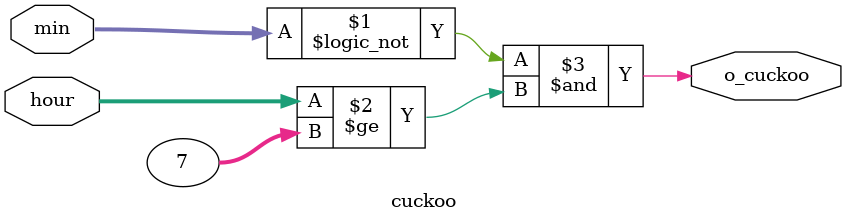
<source format=v>
/*`timescale 1ns / 1ps

module cuckoo (
    input rst,
    input [4:0] hour,
    input [5:0] min,
    output o_cuckoo
);
    reg r_cuckoo;
    reg [5:0] prev_min, r_min;
    assign o_cuckoo = r_cuckoo;

    always @(*) begin
        r_min = min;
        if (rst) begin
            r_cuckoo = 1'b0;
            prev_min = r_min;
        end else begin
            if ((5'd0 <= hour) && (hour < 5'd7)) begin
                r_cuckoo = 1'b0;
                prev_min = r_min;
            end else begin
                if ((prev_min == 6'd59) && (r_min == 6'd00)) begin
                        r_cuckoo = 1'b1;
                        prev_min = 6'd59;
                end else begin
                    r_cuckoo = 1'b0;
                    prev_min = r_min;
                end
            end
        end
    end
endmodule
*/

`timescale 1ns / 1ps

module cuckoo (
    input  [4:0] hour,
    input  [5:0] min,
    output       o_cuckoo
);
    assign o_cuckoo = (min == 6'd0) & (hour>=7);

endmodule

</source>
